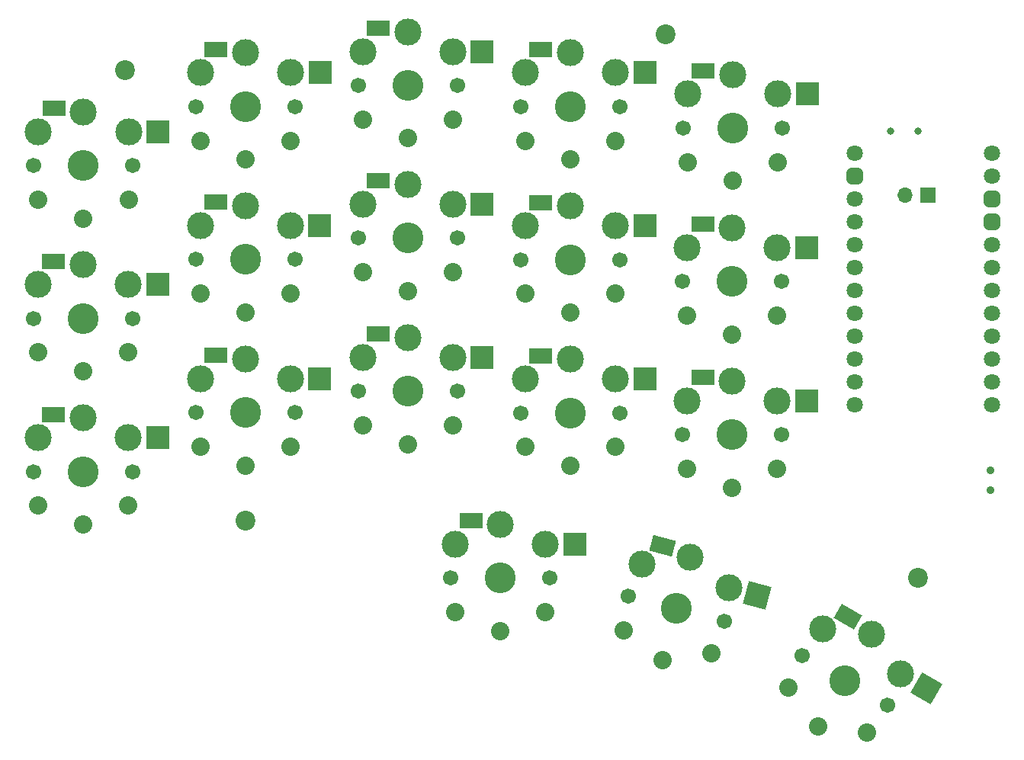
<source format=gbr>
%TF.GenerationSoftware,KiCad,Pcbnew,8.0.4*%
%TF.CreationDate,2024-09-03T09:54:56+07:00*%
%TF.ProjectId,chocowi36-rounded,63686f63-6f77-4693-9336-2d726f756e64,rev?*%
%TF.SameCoordinates,Original*%
%TF.FileFunction,Soldermask,Bot*%
%TF.FilePolarity,Negative*%
%FSLAX46Y46*%
G04 Gerber Fmt 4.6, Leading zero omitted, Abs format (unit mm)*
G04 Created by KiCad (PCBNEW 8.0.4) date 2024-09-03 09:54:56*
%MOMM*%
%LPD*%
G01*
G04 APERTURE LIST*
G04 Aperture macros list*
%AMRoundRect*
0 Rectangle with rounded corners*
0 $1 Rounding radius*
0 $2 $3 $4 $5 $6 $7 $8 $9 X,Y pos of 4 corners*
0 Add a 4 corners polygon primitive as box body*
4,1,4,$2,$3,$4,$5,$6,$7,$8,$9,$2,$3,0*
0 Add four circle primitives for the rounded corners*
1,1,$1+$1,$2,$3*
1,1,$1+$1,$4,$5*
1,1,$1+$1,$6,$7*
1,1,$1+$1,$8,$9*
0 Add four rect primitives between the rounded corners*
20,1,$1+$1,$2,$3,$4,$5,0*
20,1,$1+$1,$4,$5,$6,$7,0*
20,1,$1+$1,$6,$7,$8,$9,0*
20,1,$1+$1,$8,$9,$2,$3,0*%
%AMRotRect*
0 Rectangle, with rotation*
0 The origin of the aperture is its center*
0 $1 length*
0 $2 width*
0 $3 Rotation angle, in degrees counterclockwise*
0 Add horizontal line*
21,1,$1,$2,0,0,$3*%
G04 Aperture macros list end*
%ADD10C,1.701800*%
%ADD11C,3.000000*%
%ADD12C,3.429000*%
%ADD13R,2.600000X1.800000*%
%ADD14C,2.032000*%
%ADD15R,2.600000X2.600000*%
%ADD16RotRect,2.600000X1.800000X345.000000*%
%ADD17RotRect,2.600000X2.600000X345.000000*%
%ADD18RotRect,2.600000X1.800000X330.000000*%
%ADD19RotRect,2.600000X2.600000X330.000000*%
%ADD20C,2.200000*%
%ADD21C,1.800000*%
%ADD22RoundRect,0.450000X-0.450000X-0.450000X0.450000X-0.450000X0.450000X0.450000X-0.450000X0.450000X0*%
%ADD23C,0.800000*%
%ADD24C,0.900000*%
%ADD25O,1.700000X1.700000*%
%ADD26R,1.700000X1.700000*%
G04 APERTURE END LIST*
D10*
%TO.C,SW2*%
X80410000Y-65580000D03*
D11*
X80910000Y-61830000D03*
X85910000Y-59630000D03*
D12*
X85910000Y-65580000D03*
D11*
X90910000Y-61830000D03*
D10*
X91410000Y-65580000D03*
D13*
X82635000Y-59230000D03*
D14*
X85910000Y-71480000D03*
X80910000Y-69380000D03*
X90910000Y-69380000D03*
D15*
X94185000Y-61830000D03*
%TD*%
D10*
%TO.C,SW3*%
X98410000Y-59020000D03*
D11*
X98910000Y-55270000D03*
X103910000Y-53070000D03*
D12*
X103910000Y-59020000D03*
D11*
X108910000Y-55270000D03*
D10*
X109410000Y-59020000D03*
D13*
X100635000Y-52670000D03*
D14*
X103910000Y-64920000D03*
X98910000Y-62820000D03*
X108910000Y-62820000D03*
D15*
X112185000Y-55270000D03*
%TD*%
D10*
%TO.C,SW4*%
X116410000Y-56660000D03*
D11*
X116910000Y-52910000D03*
X121910000Y-50710000D03*
D12*
X121910000Y-56660000D03*
D11*
X126910000Y-52910000D03*
D10*
X127410000Y-56660000D03*
D13*
X118635000Y-50310000D03*
D14*
X121910000Y-62560000D03*
X116910000Y-60460000D03*
X126910000Y-60460000D03*
D15*
X130185000Y-52910000D03*
%TD*%
D10*
%TO.C,SW5*%
X134454000Y-59020000D03*
D11*
X134954000Y-55270000D03*
X139954000Y-53070000D03*
D12*
X139954000Y-59020000D03*
D11*
X144954000Y-55270000D03*
D10*
X145454000Y-59020000D03*
D13*
X136679000Y-52670000D03*
D14*
X139954000Y-64920000D03*
X134954000Y-62820000D03*
X144954000Y-62820000D03*
D15*
X148229000Y-55270000D03*
%TD*%
D10*
%TO.C,SW6*%
X152488000Y-61400000D03*
D11*
X152988000Y-57650000D03*
X157988000Y-55450000D03*
D12*
X157988000Y-61400000D03*
D11*
X162988000Y-57650000D03*
D10*
X163488000Y-61400000D03*
D13*
X154713000Y-55050000D03*
D14*
X157988000Y-67300000D03*
X152988000Y-65200000D03*
X162988000Y-65200000D03*
D15*
X166263000Y-57650000D03*
%TD*%
D10*
%TO.C,SW8*%
X80352000Y-82550000D03*
D11*
X80852000Y-78800000D03*
X85852000Y-76600000D03*
D12*
X85852000Y-82550000D03*
D11*
X90852000Y-78800000D03*
D10*
X91352000Y-82550000D03*
D13*
X82577000Y-76200000D03*
D14*
X85852000Y-88450000D03*
X80852000Y-86350000D03*
X90852000Y-86350000D03*
D15*
X94127000Y-78800000D03*
%TD*%
D10*
%TO.C,SW9*%
X98370000Y-76010000D03*
D11*
X98870000Y-72260000D03*
X103870000Y-70060000D03*
D12*
X103870000Y-76010000D03*
D11*
X108870000Y-72260000D03*
D10*
X109370000Y-76010000D03*
D13*
X100595000Y-69660000D03*
D14*
X103870000Y-81910000D03*
X98870000Y-79810000D03*
X108870000Y-79810000D03*
D15*
X112145000Y-72260000D03*
%TD*%
D10*
%TO.C,SW10*%
X116410000Y-73640000D03*
D11*
X116910000Y-69890000D03*
X121910000Y-67690000D03*
D12*
X121910000Y-73640000D03*
D11*
X126910000Y-69890000D03*
D10*
X127410000Y-73640000D03*
D13*
X118635000Y-67290000D03*
D14*
X121910000Y-79540000D03*
X116910000Y-77440000D03*
X126910000Y-77440000D03*
D15*
X130185000Y-69890000D03*
%TD*%
D10*
%TO.C,SW11*%
X134454000Y-76032000D03*
D11*
X134954000Y-72282000D03*
X139954000Y-70082000D03*
D12*
X139954000Y-76032000D03*
D11*
X144954000Y-72282000D03*
D10*
X145454000Y-76032000D03*
D13*
X136679000Y-69682000D03*
D14*
X139954000Y-81932000D03*
X134954000Y-79832000D03*
X144954000Y-79832000D03*
D15*
X148229000Y-72282000D03*
%TD*%
D10*
%TO.C,SW12*%
X152440000Y-78440000D03*
D11*
X152940000Y-74690000D03*
X157940000Y-72490000D03*
D12*
X157940000Y-78440000D03*
D11*
X162940000Y-74690000D03*
D10*
X163440000Y-78440000D03*
D13*
X154665000Y-72090000D03*
D14*
X157940000Y-84340000D03*
X152940000Y-82240000D03*
X162940000Y-82240000D03*
D15*
X166215000Y-74690000D03*
%TD*%
D10*
%TO.C,SW14*%
X80352000Y-99568000D03*
D11*
X80852000Y-95818000D03*
X85852000Y-93618000D03*
D12*
X85852000Y-99568000D03*
D11*
X90852000Y-95818000D03*
D10*
X91352000Y-99568000D03*
D13*
X82577000Y-93218000D03*
D14*
X85852000Y-105468000D03*
X80852000Y-103368000D03*
X90852000Y-103368000D03*
D15*
X94127000Y-95818000D03*
%TD*%
D10*
%TO.C,SW15*%
X98370000Y-93028000D03*
D11*
X98870000Y-89278000D03*
X103870000Y-87078000D03*
D12*
X103870000Y-93028000D03*
D11*
X108870000Y-89278000D03*
D10*
X109370000Y-93028000D03*
D13*
X100595000Y-86678000D03*
D14*
X103870000Y-98928000D03*
X98870000Y-96828000D03*
X108870000Y-96828000D03*
D15*
X112145000Y-89278000D03*
%TD*%
D10*
%TO.C,SW16*%
X116410000Y-90658000D03*
D11*
X116910000Y-86908000D03*
X121910000Y-84708000D03*
D12*
X121910000Y-90658000D03*
D11*
X126910000Y-86908000D03*
D10*
X127410000Y-90658000D03*
D13*
X118635000Y-84308000D03*
D14*
X121910000Y-96558000D03*
X116910000Y-94458000D03*
X126910000Y-94458000D03*
D15*
X130185000Y-86908000D03*
%TD*%
D10*
%TO.C,SW17*%
X134454000Y-93050000D03*
D11*
X134954000Y-89300000D03*
X139954000Y-87100000D03*
D12*
X139954000Y-93050000D03*
D11*
X144954000Y-89300000D03*
D10*
X145454000Y-93050000D03*
D13*
X136679000Y-86700000D03*
D14*
X139954000Y-98950000D03*
X134954000Y-96850000D03*
X144954000Y-96850000D03*
D15*
X148229000Y-89300000D03*
%TD*%
D10*
%TO.C,SW18*%
X152440000Y-95458000D03*
D11*
X152940001Y-91708000D03*
X157940000Y-89508000D03*
D12*
X157940000Y-95458000D03*
D11*
X162939999Y-91708000D03*
D10*
X163440000Y-95458000D03*
D13*
X154665000Y-89108000D03*
D14*
X157940000Y-101358000D03*
X152940000Y-99258000D03*
X162940000Y-99258000D03*
D15*
X166215000Y-91708000D03*
%TD*%
D10*
%TO.C,SW20*%
X146441291Y-113377533D03*
D11*
X147894825Y-109884721D03*
X153293856Y-109053779D03*
D12*
X151753883Y-114801038D03*
D11*
X157554084Y-112472911D03*
D10*
X157066475Y-116224543D03*
D16*
X150233977Y-107819777D03*
D14*
X150226851Y-120500000D03*
X145940741Y-117177461D03*
X155600000Y-119765651D03*
D17*
X160717491Y-113320544D03*
%TD*%
D10*
%TO.C,SW21*%
X165686860Y-120040451D03*
D11*
X167994873Y-117042857D03*
X173425000Y-117637600D03*
D12*
X170450000Y-122790451D03*
D11*
X176655127Y-122042856D03*
D10*
X175213140Y-125540451D03*
D18*
X170788767Y-115653689D03*
D14*
X167500000Y-127900000D03*
X164219873Y-123581349D03*
X172880127Y-128581348D03*
D19*
X179491360Y-123680356D03*
%TD*%
D20*
%TO.C,H4*%
X178560000Y-111330000D03*
%TD*%
D21*
%TO.C,U2*%
X186790000Y-64210000D03*
X186790000Y-66750000D03*
D22*
X186790000Y-69290000D03*
X186790000Y-71830000D03*
D21*
X186790000Y-74370000D03*
X186790000Y-76910000D03*
X186790000Y-79450000D03*
X186790000Y-81990000D03*
X186790000Y-84530000D03*
X186790000Y-87070000D03*
X186790000Y-89610000D03*
X186790000Y-92150000D03*
X171550000Y-92150000D03*
X171550000Y-89610000D03*
X171550000Y-87070000D03*
X171550000Y-84530000D03*
X171550000Y-81990000D03*
X171550000Y-79450000D03*
X171550000Y-76910000D03*
X171550000Y-74370000D03*
X171550000Y-71830000D03*
X171550000Y-69290000D03*
D22*
X171550000Y-66750000D03*
D21*
X171570000Y-64180000D03*
%TD*%
D20*
%TO.C,*%
X103910000Y-105000000D03*
%TD*%
%TO.C,H1*%
X90500000Y-55020000D03*
%TD*%
D10*
%TO.C,SW19*%
X126700000Y-111400000D03*
D11*
X127200001Y-107650000D03*
X132200000Y-105450000D03*
D12*
X132200000Y-111400000D03*
D11*
X137199999Y-107650000D03*
D10*
X137700000Y-111400000D03*
D13*
X128925000Y-105050000D03*
D14*
X132200000Y-117300000D03*
X127200000Y-115200000D03*
X137200000Y-115200000D03*
D15*
X140475000Y-107650000D03*
%TD*%
D23*
%TO.C,SW_POWER1*%
X178550000Y-61725001D03*
X175550000Y-61725001D03*
%TD*%
D24*
%TO.C,SW_RST1*%
X186650000Y-101600000D03*
X186650000Y-99400000D03*
%TD*%
D25*
%TO.C,BT1*%
X177129999Y-68900000D03*
D26*
X179670001Y-68900000D03*
%TD*%
D20*
%TO.C,*%
X150580000Y-50970000D03*
%TD*%
M02*

</source>
